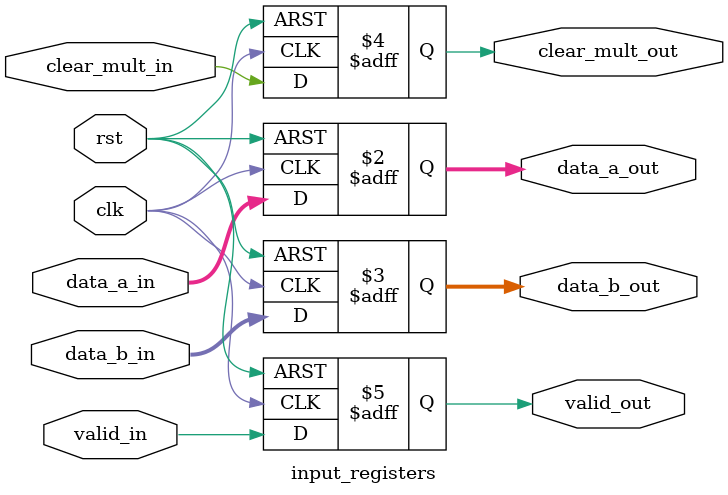
<source format=v>
module input_registers (
    input wire clk,
    input wire rst,
    input wire [7:0] data_a_in,
    input wire [7:0] data_b_in,
    input wire clear_mult_in,
    input wire valid_in,
    
    output reg [7:0] data_a_out,
    output reg [7:0] data_b_out, 
    output reg clear_mult_out,
    output reg valid_out
);

    always @(posedge clk or posedge rst) begin
        if (rst) begin
            data_a_out <= 8'b0;
            data_b_out <= 8'b0;
            clear_mult_out <= 1'b0;
            valid_out <= 1'b0;
        end else begin
            data_a_out <= data_a_in;
            data_b_out <= data_b_in;
            clear_mult_out <= clear_mult_in;
            valid_out <= valid_in;
        end
    end

endmodule 
</source>
